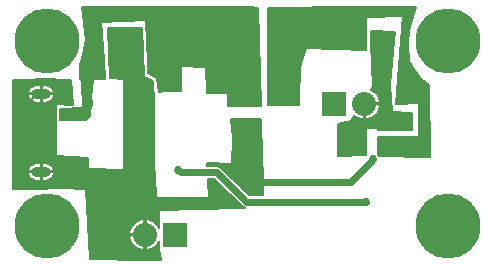
<source format=gbl>
G04 #@! TF.FileFunction,Copper,L2,Bot,Signal*
%FSLAX46Y46*%
G04 Gerber Fmt 4.6, Leading zero omitted, Abs format (unit mm)*
G04 Created by KiCad (PCBNEW (2015-01-29 BZR 5396)-product) date 3/24/2015 7:03:01 PM*
%MOMM*%
G01*
G04 APERTURE LIST*
%ADD10C,0.100000*%
%ADD11R,2.032000X2.032000*%
%ADD12O,2.032000X2.032000*%
%ADD13O,1.600000X0.900000*%
%ADD14C,5.500000*%
%ADD15C,0.686000*%
%ADD16C,0.152000*%
%ADD17C,0.610000*%
G04 APERTURE END LIST*
D10*
D11*
X92190000Y-92540000D03*
D12*
X89650000Y-92540000D03*
D13*
X80865000Y-87215000D03*
X80865000Y-80615000D03*
D14*
X115315000Y-76135000D03*
X115315000Y-91795000D03*
X81335000Y-76135000D03*
X81335000Y-91785000D03*
D11*
X105690000Y-81460000D03*
D12*
X108230000Y-81460000D03*
D15*
X107990000Y-83200000D03*
X110080000Y-81880000D03*
X109900000Y-80420000D03*
X110050000Y-78820000D03*
X109350000Y-77140000D03*
X89020000Y-79020000D03*
X87400000Y-78540000D03*
X97540000Y-84230000D03*
X99030000Y-84670000D03*
X96010000Y-89460000D03*
X92350000Y-89950000D03*
X89230000Y-89730000D03*
X87710000Y-91630000D03*
X87400000Y-94030000D03*
X85570000Y-93080000D03*
X85380000Y-90260000D03*
X87100000Y-89190000D03*
X89000000Y-87630000D03*
X86790000Y-87630000D03*
X85180000Y-88450000D03*
X79340000Y-88190000D03*
X79170000Y-81920000D03*
X81380000Y-82140000D03*
X81380000Y-84160000D03*
X79130000Y-84120000D03*
X78940000Y-86030000D03*
X81470000Y-85860000D03*
X108940000Y-86160000D03*
X99020000Y-88050000D03*
X113320000Y-84990000D03*
X113300000Y-82670000D03*
X113140000Y-80390000D03*
X111640000Y-80830000D03*
X111700000Y-78740000D03*
X111920000Y-73680000D03*
X107800000Y-73780000D03*
X105540000Y-74140000D03*
X103970000Y-74180000D03*
X102150000Y-75130000D03*
X100700000Y-74070000D03*
X100580000Y-77080000D03*
X100700000Y-79590000D03*
X102180000Y-79590000D03*
X102300000Y-77000000D03*
X103940000Y-76120000D03*
X105840000Y-76120000D03*
X84760000Y-79830000D03*
X85690000Y-78840000D03*
X85310000Y-76430000D03*
X84960000Y-74460000D03*
X86820000Y-73810000D03*
X88830000Y-73810000D03*
X91320000Y-73870000D03*
X93600000Y-75610000D03*
X93510000Y-73820000D03*
X95280000Y-73840000D03*
X95400000Y-75820000D03*
X97220000Y-77850000D03*
X97160000Y-75830000D03*
X96930000Y-73760000D03*
X98720000Y-73810000D03*
X98800000Y-75770000D03*
X98890000Y-77820000D03*
X98940000Y-79840000D03*
X97480000Y-79840000D03*
X95660000Y-79870000D03*
X95600000Y-77890000D03*
X93820000Y-77660000D03*
X92600000Y-76700000D03*
X92480000Y-87030000D03*
X108350000Y-89730000D03*
D16*
X107990000Y-83200000D02*
X108010000Y-83200000D01*
X110080000Y-80600000D02*
X110080000Y-81880000D01*
X109900000Y-80420000D02*
X110080000Y-80600000D01*
X110050000Y-77840000D02*
X110050000Y-78820000D01*
X109350000Y-77140000D02*
X110050000Y-77840000D01*
X87880000Y-79020000D02*
X89020000Y-79020000D01*
X87400000Y-78540000D02*
X87880000Y-79020000D01*
X98590000Y-84230000D02*
X97540000Y-84230000D01*
X99030000Y-84670000D02*
X98590000Y-84230000D01*
X78940000Y-86030000D02*
X78940000Y-87790000D01*
X96050000Y-89460000D02*
X96090000Y-89460000D01*
X96010000Y-89460000D02*
X96050000Y-89460000D01*
X89450000Y-89950000D02*
X92350000Y-89950000D01*
X89230000Y-89730000D02*
X89450000Y-89950000D01*
X87710000Y-93720000D02*
X87710000Y-91630000D01*
X87400000Y-94030000D02*
X87710000Y-93720000D01*
X85570000Y-90450000D02*
X85570000Y-93080000D01*
X85380000Y-90260000D02*
X85570000Y-90450000D01*
X87440000Y-89190000D02*
X87100000Y-89190000D01*
X89000000Y-87630000D02*
X87440000Y-89190000D01*
X86000000Y-87630000D02*
X86790000Y-87630000D01*
X85180000Y-88450000D02*
X86000000Y-87630000D01*
X78940000Y-87790000D02*
X79340000Y-88190000D01*
X80865000Y-80615000D02*
X80475000Y-80615000D01*
X80475000Y-80615000D02*
X79170000Y-81920000D01*
X81380000Y-82140000D02*
X81380000Y-84160000D01*
X79130000Y-84120000D02*
X78940000Y-84310000D01*
X78940000Y-84310000D02*
X78940000Y-86030000D01*
D17*
X108940000Y-86160000D02*
X107050000Y-88050000D01*
X107050000Y-88050000D02*
X99020000Y-88050000D01*
D16*
X113300000Y-80550000D02*
X113300000Y-82670000D01*
X113140000Y-80390000D02*
X113300000Y-80550000D01*
X111640000Y-78800000D02*
X111640000Y-80830000D01*
X111700000Y-78740000D02*
X111640000Y-78800000D01*
X107900000Y-73680000D02*
X111920000Y-73680000D01*
X107800000Y-73780000D02*
X107900000Y-73680000D01*
X104010000Y-74140000D02*
X105540000Y-74140000D01*
X103970000Y-74180000D02*
X104010000Y-74140000D01*
X101760000Y-75130000D02*
X102150000Y-75130000D01*
X100700000Y-74070000D02*
X101760000Y-75130000D01*
X100580000Y-79470000D02*
X100580000Y-77080000D01*
X100700000Y-79590000D02*
X100580000Y-79470000D01*
X102180000Y-77120000D02*
X102180000Y-79590000D01*
X102300000Y-77000000D02*
X102180000Y-77120000D01*
X105840000Y-76120000D02*
X103940000Y-76120000D01*
X84760000Y-79830000D02*
X84780000Y-79830000D01*
X84870000Y-78020000D02*
X85690000Y-78840000D01*
X84870000Y-76870000D02*
X84870000Y-78020000D01*
X85310000Y-76430000D02*
X84870000Y-76870000D01*
X86170000Y-74460000D02*
X84960000Y-74460000D01*
X86820000Y-73810000D02*
X86170000Y-74460000D01*
X91260000Y-73810000D02*
X88830000Y-73810000D01*
X91320000Y-73870000D02*
X91260000Y-73810000D01*
X93600000Y-73910000D02*
X93600000Y-75610000D01*
X93510000Y-73820000D02*
X93600000Y-73910000D01*
X95280000Y-75700000D02*
X95280000Y-73840000D01*
X95400000Y-75820000D02*
X95280000Y-75700000D01*
X97220000Y-75890000D02*
X97220000Y-77850000D01*
X97160000Y-75830000D02*
X97220000Y-75890000D01*
X98670000Y-73760000D02*
X96930000Y-73760000D01*
X98720000Y-73810000D02*
X98670000Y-73760000D01*
X98800000Y-77730000D02*
X98800000Y-75770000D01*
X98890000Y-77820000D02*
X98800000Y-77730000D01*
X97480000Y-79840000D02*
X98940000Y-79840000D01*
X95660000Y-77950000D02*
X95660000Y-79870000D01*
X95600000Y-77890000D02*
X95660000Y-77950000D01*
X93560000Y-77660000D02*
X93820000Y-77660000D01*
X92600000Y-76700000D02*
X93560000Y-77660000D01*
D17*
X92480000Y-87030000D02*
X92720000Y-87270000D01*
X92720000Y-87270000D02*
X95750000Y-87270000D01*
X95750000Y-87270000D02*
X98210000Y-89730000D01*
X98210000Y-89730000D02*
X108350000Y-89730000D01*
D16*
G36*
X98137962Y-90248670D02*
X97645544Y-90294088D01*
X90800087Y-90467275D01*
X90828304Y-91934592D01*
X90770186Y-91793735D01*
X90399334Y-91421864D01*
X89914402Y-91220219D01*
X89910782Y-91219505D01*
X89701000Y-91277530D01*
X89701000Y-92489000D01*
X89721000Y-92489000D01*
X89721000Y-92591000D01*
X89701000Y-92591000D01*
X89701000Y-93802470D01*
X89910782Y-93860495D01*
X89914402Y-93859781D01*
X90399334Y-93658136D01*
X90770186Y-93286265D01*
X90850552Y-93091486D01*
X90864107Y-93796296D01*
X90990947Y-94657000D01*
X90212296Y-94657000D01*
X89599000Y-94652053D01*
X89599000Y-93802470D01*
X89599000Y-92591000D01*
X89599000Y-92489000D01*
X89599000Y-91277530D01*
X89389218Y-91219505D01*
X89385598Y-91220219D01*
X88900666Y-91421864D01*
X88529814Y-91793735D01*
X88329500Y-92279218D01*
X88387462Y-92489000D01*
X89599000Y-92489000D01*
X89599000Y-92591000D01*
X88387462Y-92591000D01*
X88329500Y-92800782D01*
X88529814Y-93286265D01*
X88900666Y-93658136D01*
X89385598Y-93859781D01*
X89389218Y-93860495D01*
X89599000Y-93802470D01*
X89599000Y-94652053D01*
X84952535Y-94614582D01*
X84672595Y-88665852D01*
X82649860Y-88613540D01*
X81975770Y-88625272D01*
X81975770Y-87387130D01*
X81975770Y-87042870D01*
X81975770Y-80787130D01*
X81975770Y-80442870D01*
X81955143Y-80363625D01*
X81802606Y-80099519D01*
X81560611Y-79913891D01*
X81266000Y-79835000D01*
X80916000Y-79835000D01*
X80916000Y-80564000D01*
X81910633Y-80564000D01*
X81975770Y-80442870D01*
X81975770Y-80787130D01*
X81910633Y-80666000D01*
X80916000Y-80666000D01*
X80916000Y-81395000D01*
X81266000Y-81395000D01*
X81560611Y-81316109D01*
X81802606Y-81130481D01*
X81955143Y-80866375D01*
X81975770Y-80787130D01*
X81975770Y-87042870D01*
X81955143Y-86963625D01*
X81802606Y-86699519D01*
X81560611Y-86513891D01*
X81266000Y-86435000D01*
X80916000Y-86435000D01*
X80916000Y-87164000D01*
X81910633Y-87164000D01*
X81975770Y-87042870D01*
X81975770Y-87387130D01*
X81910633Y-87266000D01*
X80916000Y-87266000D01*
X80916000Y-87995000D01*
X81266000Y-87995000D01*
X81560611Y-87916109D01*
X81802606Y-87730481D01*
X81955143Y-87466375D01*
X81975770Y-87387130D01*
X81975770Y-88625272D01*
X80814000Y-88645492D01*
X80814000Y-87995000D01*
X80814000Y-87266000D01*
X80814000Y-87164000D01*
X80814000Y-86435000D01*
X80814000Y-81395000D01*
X80814000Y-80666000D01*
X80814000Y-80564000D01*
X80814000Y-79835000D01*
X80464000Y-79835000D01*
X80169389Y-79913891D01*
X79927394Y-80099519D01*
X79774857Y-80363625D01*
X79754230Y-80442870D01*
X79819367Y-80564000D01*
X80814000Y-80564000D01*
X80814000Y-80666000D01*
X79819367Y-80666000D01*
X79754230Y-80787130D01*
X79774857Y-80866375D01*
X79927394Y-81130481D01*
X80169389Y-81316109D01*
X80464000Y-81395000D01*
X80814000Y-81395000D01*
X80814000Y-86435000D01*
X80464000Y-86435000D01*
X80169389Y-86513891D01*
X79927394Y-86699519D01*
X79774857Y-86963625D01*
X79754230Y-87042870D01*
X79819367Y-87164000D01*
X80814000Y-87164000D01*
X80814000Y-87266000D01*
X79819367Y-87266000D01*
X79754230Y-87387130D01*
X79774857Y-87466375D01*
X79927394Y-87730481D01*
X80169389Y-87916109D01*
X80464000Y-87995000D01*
X80814000Y-87995000D01*
X80814000Y-88645492D01*
X78443000Y-88686760D01*
X78443000Y-80635972D01*
X78450526Y-79459423D01*
X82088760Y-79382626D01*
X82088628Y-79425427D01*
X83417598Y-79435456D01*
X83520083Y-81531746D01*
X82102274Y-81492287D01*
X82078609Y-85897052D01*
X84787761Y-86022731D01*
X84837831Y-86964051D01*
X87906627Y-87048128D01*
X87845474Y-79393848D01*
X86702870Y-79233483D01*
X86499729Y-75035219D01*
X89397029Y-75006721D01*
X89565880Y-79198187D01*
X90296704Y-79558593D01*
X90403767Y-81394773D01*
X90414009Y-86775008D01*
X90504130Y-87465932D01*
X90555971Y-89432877D01*
X95059421Y-89446236D01*
X94987252Y-87803000D01*
X95529224Y-87803000D01*
X97833112Y-90106888D01*
X98006029Y-90222427D01*
X98006030Y-90222428D01*
X98137962Y-90248670D01*
X98137962Y-90248670D01*
G37*
X98137962Y-90248670D02*
X97645544Y-90294088D01*
X90800087Y-90467275D01*
X90828304Y-91934592D01*
X90770186Y-91793735D01*
X90399334Y-91421864D01*
X89914402Y-91220219D01*
X89910782Y-91219505D01*
X89701000Y-91277530D01*
X89701000Y-92489000D01*
X89721000Y-92489000D01*
X89721000Y-92591000D01*
X89701000Y-92591000D01*
X89701000Y-93802470D01*
X89910782Y-93860495D01*
X89914402Y-93859781D01*
X90399334Y-93658136D01*
X90770186Y-93286265D01*
X90850552Y-93091486D01*
X90864107Y-93796296D01*
X90990947Y-94657000D01*
X90212296Y-94657000D01*
X89599000Y-94652053D01*
X89599000Y-93802470D01*
X89599000Y-92591000D01*
X89599000Y-92489000D01*
X89599000Y-91277530D01*
X89389218Y-91219505D01*
X89385598Y-91220219D01*
X88900666Y-91421864D01*
X88529814Y-91793735D01*
X88329500Y-92279218D01*
X88387462Y-92489000D01*
X89599000Y-92489000D01*
X89599000Y-92591000D01*
X88387462Y-92591000D01*
X88329500Y-92800782D01*
X88529814Y-93286265D01*
X88900666Y-93658136D01*
X89385598Y-93859781D01*
X89389218Y-93860495D01*
X89599000Y-93802470D01*
X89599000Y-94652053D01*
X84952535Y-94614582D01*
X84672595Y-88665852D01*
X82649860Y-88613540D01*
X81975770Y-88625272D01*
X81975770Y-87387130D01*
X81975770Y-87042870D01*
X81975770Y-80787130D01*
X81975770Y-80442870D01*
X81955143Y-80363625D01*
X81802606Y-80099519D01*
X81560611Y-79913891D01*
X81266000Y-79835000D01*
X80916000Y-79835000D01*
X80916000Y-80564000D01*
X81910633Y-80564000D01*
X81975770Y-80442870D01*
X81975770Y-80787130D01*
X81910633Y-80666000D01*
X80916000Y-80666000D01*
X80916000Y-81395000D01*
X81266000Y-81395000D01*
X81560611Y-81316109D01*
X81802606Y-81130481D01*
X81955143Y-80866375D01*
X81975770Y-80787130D01*
X81975770Y-87042870D01*
X81955143Y-86963625D01*
X81802606Y-86699519D01*
X81560611Y-86513891D01*
X81266000Y-86435000D01*
X80916000Y-86435000D01*
X80916000Y-87164000D01*
X81910633Y-87164000D01*
X81975770Y-87042870D01*
X81975770Y-87387130D01*
X81910633Y-87266000D01*
X80916000Y-87266000D01*
X80916000Y-87995000D01*
X81266000Y-87995000D01*
X81560611Y-87916109D01*
X81802606Y-87730481D01*
X81955143Y-87466375D01*
X81975770Y-87387130D01*
X81975770Y-88625272D01*
X80814000Y-88645492D01*
X80814000Y-87995000D01*
X80814000Y-87266000D01*
X80814000Y-87164000D01*
X80814000Y-86435000D01*
X80814000Y-81395000D01*
X80814000Y-80666000D01*
X80814000Y-80564000D01*
X80814000Y-79835000D01*
X80464000Y-79835000D01*
X80169389Y-79913891D01*
X79927394Y-80099519D01*
X79774857Y-80363625D01*
X79754230Y-80442870D01*
X79819367Y-80564000D01*
X80814000Y-80564000D01*
X80814000Y-80666000D01*
X79819367Y-80666000D01*
X79754230Y-80787130D01*
X79774857Y-80866375D01*
X79927394Y-81130481D01*
X80169389Y-81316109D01*
X80464000Y-81395000D01*
X80814000Y-81395000D01*
X80814000Y-86435000D01*
X80464000Y-86435000D01*
X80169389Y-86513891D01*
X79927394Y-86699519D01*
X79774857Y-86963625D01*
X79754230Y-87042870D01*
X79819367Y-87164000D01*
X80814000Y-87164000D01*
X80814000Y-87266000D01*
X79819367Y-87266000D01*
X79754230Y-87387130D01*
X79774857Y-87466375D01*
X79927394Y-87730481D01*
X80169389Y-87916109D01*
X80464000Y-87995000D01*
X80814000Y-87995000D01*
X80814000Y-88645492D01*
X78443000Y-88686760D01*
X78443000Y-80635972D01*
X78450526Y-79459423D01*
X82088760Y-79382626D01*
X82088628Y-79425427D01*
X83417598Y-79435456D01*
X83520083Y-81531746D01*
X82102274Y-81492287D01*
X82078609Y-85897052D01*
X84787761Y-86022731D01*
X84837831Y-86964051D01*
X87906627Y-87048128D01*
X87845474Y-79393848D01*
X86702870Y-79233483D01*
X86499729Y-75035219D01*
X89397029Y-75006721D01*
X89565880Y-79198187D01*
X90296704Y-79558593D01*
X90403767Y-81394773D01*
X90414009Y-86775008D01*
X90504130Y-87465932D01*
X90555971Y-89432877D01*
X95059421Y-89446236D01*
X94987252Y-87803000D01*
X95529224Y-87803000D01*
X97833112Y-90106888D01*
X98006029Y-90222427D01*
X98006030Y-90222428D01*
X98137962Y-90248670D01*
G36*
X99613854Y-89197000D02*
X98430776Y-89197000D01*
X96126888Y-86893112D01*
X95953971Y-86777572D01*
X95750000Y-86737000D01*
X94940434Y-86737000D01*
X94929479Y-86487542D01*
X97003542Y-86527428D01*
X97074015Y-84342746D01*
X96971047Y-82736310D01*
X99436260Y-82745719D01*
X99486234Y-84394404D01*
X99515517Y-84394857D01*
X99613854Y-89197000D01*
X99613854Y-89197000D01*
G37*
X99613854Y-89197000D02*
X98430776Y-89197000D01*
X96126888Y-86893112D01*
X95953971Y-86777572D01*
X95750000Y-86737000D01*
X94940434Y-86737000D01*
X94929479Y-86487542D01*
X97003542Y-86527428D01*
X97074015Y-84342746D01*
X96971047Y-82736310D01*
X99436260Y-82745719D01*
X99486234Y-84394404D01*
X99515517Y-84394857D01*
X99613854Y-89197000D01*
G36*
X99461675Y-81605774D02*
X98402303Y-81630034D01*
X98382474Y-81634000D01*
X98230000Y-81634000D01*
X96646707Y-81634000D01*
X96656703Y-80554432D01*
X94884294Y-80544419D01*
X94834349Y-78356803D01*
X92671664Y-78273622D01*
X92673918Y-80374000D01*
X91355430Y-80374000D01*
X90842449Y-80435912D01*
X90637077Y-79261442D01*
X89915129Y-78826533D01*
X89895964Y-77887484D01*
X89732379Y-74319275D01*
X85939030Y-74558965D01*
X86154141Y-77744646D01*
X86243555Y-79371412D01*
X86243969Y-79374712D01*
X85235200Y-79383090D01*
X85113569Y-80882236D01*
X85191945Y-81440664D01*
X84963007Y-82017986D01*
X84995712Y-82498651D01*
X84669285Y-82814000D01*
X82540003Y-82814000D01*
X82485768Y-82813996D01*
X82476717Y-81855595D01*
X84368535Y-81845586D01*
X84295571Y-79633668D01*
X84220081Y-79420222D01*
X84184253Y-79348564D01*
X84106000Y-78556256D01*
X84106000Y-78144954D01*
X84270944Y-77920856D01*
X84404190Y-77216690D01*
X84697364Y-76094545D01*
X84305658Y-73278000D01*
X97562945Y-73278000D01*
X97761305Y-73279676D01*
X97761234Y-73278575D01*
X97809494Y-73280083D01*
X98443313Y-73285439D01*
X98445232Y-73299950D01*
X99206238Y-73323732D01*
X99461675Y-81605774D01*
X99461675Y-81605774D01*
G37*
X99461675Y-81605774D02*
X98402303Y-81630034D01*
X98382474Y-81634000D01*
X98230000Y-81634000D01*
X96646707Y-81634000D01*
X96656703Y-80554432D01*
X94884294Y-80544419D01*
X94834349Y-78356803D01*
X92671664Y-78273622D01*
X92673918Y-80374000D01*
X91355430Y-80374000D01*
X90842449Y-80435912D01*
X90637077Y-79261442D01*
X89915129Y-78826533D01*
X89895964Y-77887484D01*
X89732379Y-74319275D01*
X85939030Y-74558965D01*
X86154141Y-77744646D01*
X86243555Y-79371412D01*
X86243969Y-79374712D01*
X85235200Y-79383090D01*
X85113569Y-80882236D01*
X85191945Y-81440664D01*
X84963007Y-82017986D01*
X84995712Y-82498651D01*
X84669285Y-82814000D01*
X82540003Y-82814000D01*
X82485768Y-82813996D01*
X82476717Y-81855595D01*
X84368535Y-81845586D01*
X84295571Y-79633668D01*
X84220081Y-79420222D01*
X84184253Y-79348564D01*
X84106000Y-78556256D01*
X84106000Y-78144954D01*
X84270944Y-77920856D01*
X84404190Y-77216690D01*
X84697364Y-76094545D01*
X84305658Y-73278000D01*
X97562945Y-73278000D01*
X97761305Y-73279676D01*
X97761234Y-73278575D01*
X97809494Y-73280083D01*
X98443313Y-73285439D01*
X98445232Y-73299950D01*
X99206238Y-73323732D01*
X99461675Y-81605774D01*
G36*
X113784523Y-85961564D02*
X109448837Y-85896233D01*
X109424353Y-85836977D01*
X109374976Y-85787514D01*
X109366431Y-84266439D01*
X112856330Y-84286439D01*
X112846000Y-81889836D01*
X112846000Y-81391575D01*
X110942053Y-81451385D01*
X111491900Y-74053439D01*
X108404000Y-74074517D01*
X108404000Y-76911003D01*
X103290364Y-76713150D01*
X102762656Y-78331923D01*
X102676396Y-81024000D01*
X102664395Y-81024000D01*
X102681626Y-81584000D01*
X102310830Y-81584000D01*
X100096000Y-81535641D01*
X100096000Y-81089951D01*
X100086096Y-73365106D01*
X107455247Y-73278000D01*
X112580871Y-73278000D01*
X112024871Y-75196203D01*
X111923865Y-76438578D01*
X111984930Y-77832906D01*
X112326355Y-78391601D01*
X113005054Y-79364065D01*
X113704509Y-79869227D01*
X113784523Y-85961564D01*
X113784523Y-85961564D01*
G37*
X113784523Y-85961564D02*
X109448837Y-85896233D01*
X109424353Y-85836977D01*
X109374976Y-85787514D01*
X109366431Y-84266439D01*
X112856330Y-84286439D01*
X112846000Y-81889836D01*
X112846000Y-81391575D01*
X110942053Y-81451385D01*
X111491900Y-74053439D01*
X108404000Y-74074517D01*
X108404000Y-76911003D01*
X103290364Y-76713150D01*
X102762656Y-78331923D01*
X102676396Y-81024000D01*
X102664395Y-81024000D01*
X102681626Y-81584000D01*
X102310830Y-81584000D01*
X100096000Y-81535641D01*
X100096000Y-81089951D01*
X100086096Y-73365106D01*
X107455247Y-73278000D01*
X112580871Y-73278000D01*
X112024871Y-75196203D01*
X111923865Y-76438578D01*
X111984930Y-77832906D01*
X112326355Y-78391601D01*
X113005054Y-79364065D01*
X113704509Y-79869227D01*
X113784523Y-85961564D01*
G36*
X112282107Y-83664755D02*
X109550500Y-83691361D01*
X109550500Y-81720782D01*
X109492538Y-81511000D01*
X108281000Y-81511000D01*
X108281000Y-82722470D01*
X108490782Y-82780495D01*
X108494402Y-82779781D01*
X108979334Y-82578136D01*
X109350186Y-82206265D01*
X109550500Y-81720782D01*
X109550500Y-83691361D01*
X109339922Y-83693413D01*
X109300434Y-83527170D01*
X108342285Y-83501926D01*
X108392401Y-85807277D01*
X105996834Y-85910615D01*
X106025381Y-83179604D01*
X107072059Y-82919962D01*
X107351603Y-82483778D01*
X107355108Y-82452233D01*
X107480666Y-82578136D01*
X107965598Y-82779781D01*
X107969218Y-82780495D01*
X108179000Y-82722470D01*
X108179000Y-81511000D01*
X108159000Y-81511000D01*
X108159000Y-81409000D01*
X108179000Y-81409000D01*
X108179000Y-81389000D01*
X108281000Y-81389000D01*
X108281000Y-81409000D01*
X109492538Y-81409000D01*
X109550500Y-81199218D01*
X109350186Y-80713735D01*
X108979334Y-80341864D01*
X108777981Y-80258137D01*
X108915818Y-80043064D01*
X108796015Y-76269252D01*
X108805979Y-75442184D01*
X108812552Y-75297584D01*
X110850512Y-75341577D01*
X110734539Y-76070606D01*
X110393800Y-79848802D01*
X110528029Y-82141022D01*
X112122042Y-82255624D01*
X112246357Y-82225814D01*
X112282107Y-83664755D01*
X112282107Y-83664755D01*
G37*
X112282107Y-83664755D02*
X109550500Y-83691361D01*
X109550500Y-81720782D01*
X109492538Y-81511000D01*
X108281000Y-81511000D01*
X108281000Y-82722470D01*
X108490782Y-82780495D01*
X108494402Y-82779781D01*
X108979334Y-82578136D01*
X109350186Y-82206265D01*
X109550500Y-81720782D01*
X109550500Y-83691361D01*
X109339922Y-83693413D01*
X109300434Y-83527170D01*
X108342285Y-83501926D01*
X108392401Y-85807277D01*
X105996834Y-85910615D01*
X106025381Y-83179604D01*
X107072059Y-82919962D01*
X107351603Y-82483778D01*
X107355108Y-82452233D01*
X107480666Y-82578136D01*
X107965598Y-82779781D01*
X107969218Y-82780495D01*
X108179000Y-82722470D01*
X108179000Y-81511000D01*
X108159000Y-81511000D01*
X108159000Y-81409000D01*
X108179000Y-81409000D01*
X108179000Y-81389000D01*
X108281000Y-81389000D01*
X108281000Y-81409000D01*
X109492538Y-81409000D01*
X109550500Y-81199218D01*
X109350186Y-80713735D01*
X108979334Y-80341864D01*
X108777981Y-80258137D01*
X108915818Y-80043064D01*
X108796015Y-76269252D01*
X108805979Y-75442184D01*
X108812552Y-75297584D01*
X110850512Y-75341577D01*
X110734539Y-76070606D01*
X110393800Y-79848802D01*
X110528029Y-82141022D01*
X112122042Y-82255624D01*
X112246357Y-82225814D01*
X112282107Y-83664755D01*
M02*

</source>
